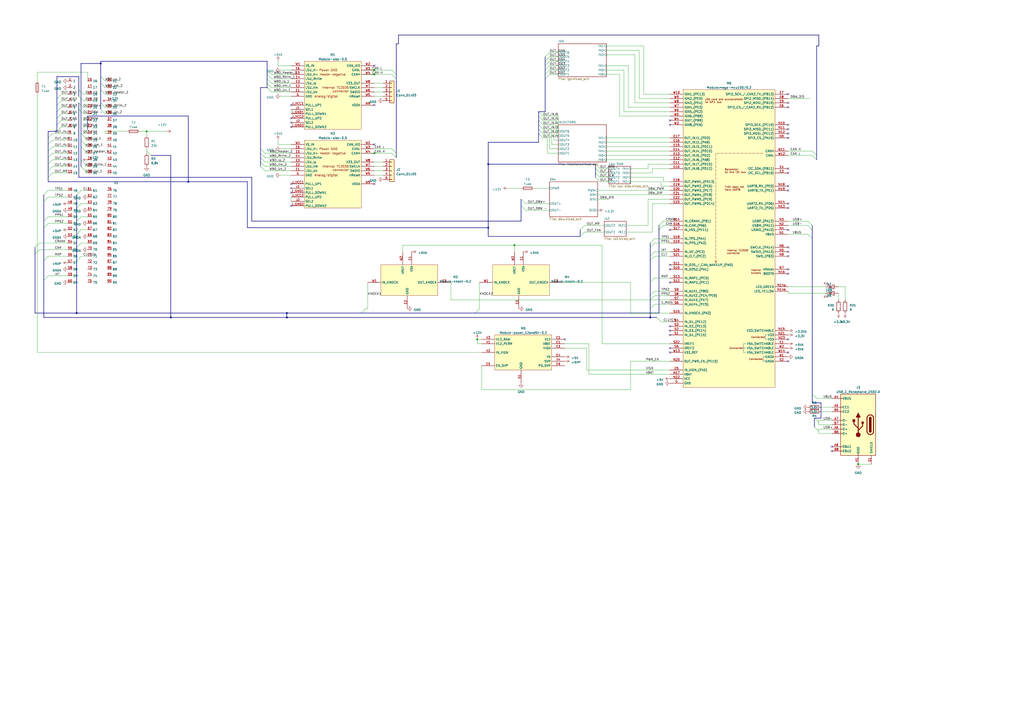
<source format=kicad_sch>
(kicad_sch (version 20230121) (generator eeschema)
  (paper "A2")
  (title_block (title "Main"))
  (junction (at 276.86 196.85))
  (junction (at 166.37 181.61))
  (junction (at 217.17 40.64))
  (junction (at 377.19 184.15))
  (junction (at 58.42 36.83))
  (junction (at 166.37 184.15))
  (junction (at 217.17 88.9))
  (junction (at 44.45 181.61))
  (junction (at 283.21 132.08))
  (junction (at 109.22 105.41))
  (junction (at 497.84 269.24))
  (junction (at 283.21 95.25))
  (junction (at 298.45 142.24))
  (junction (at 217.17 43.18))
  (junction (at 85.09 76.2))
  (junction (at 99.06 184.15))
  (no_connect (at 168.91 106.68))
  (no_connect (at 168.91 111.76))
  (no_connect (at 388.62 194.31))
  (no_connect (at 457.2 156.21))
  (no_connect (at 457.2 209.55))
  (no_connect (at 168.91 73.66))
  (no_connect (at 457.2 110.49))
  (no_connect (at 457.2 133.35))
  (no_connect (at 457.2 62.23))
  (no_connect (at 217.17 60.96))
  (no_connect (at 457.2 97.79))
  (no_connect (at 388.62 72.39))
  (no_connect (at 457.2 120.65))
  (no_connect (at 388.62 69.85))
  (no_connect (at 388.62 201.93))
  (no_connect (at 168.91 60.96))
  (no_connect (at 388.62 156.21))
  (no_connect (at 217.17 38.1))
  (no_connect (at 217.17 83.82))
  (no_connect (at 168.91 119.38))
  (no_connect (at 457.2 148.59))
  (no_connect (at 327.66 196.85))
  (no_connect (at 388.62 163.83))
  (no_connect (at 457.2 74.93))
  (no_connect (at 388.62 153.67))
  (no_connect (at 457.2 107.95))
  (no_connect (at 457.2 146.05))
  (no_connect (at 457.2 143.51))
  (no_connect (at 457.2 72.39))
  (no_connect (at 457.2 100.33))
  (no_connect (at 457.2 80.01))
  (no_connect (at 168.91 109.22))
  (no_connect (at 457.2 118.11))
  (no_connect (at 388.62 191.77))
  (no_connect (at 457.2 54.61))
  (no_connect (at 482.6 261.62))
  (no_connect (at 457.2 196.85))
  (no_connect (at 457.2 59.69))
  (no_connect (at 457.2 158.75))
  (no_connect (at 168.91 68.58))
  (no_connect (at 217.17 106.68))
  (no_connect (at 388.62 133.35))
  (no_connect (at 168.91 71.12))
  (no_connect (at 388.62 189.23))
  (no_connect (at 457.2 77.47))
  (no_connect (at 457.2 204.47))
  (no_connect (at 482.6 259.08))
  (no_connect (at 388.62 204.47))
  (bus_entry (at 58.42 52.07) (size 2.54 2.54))
  (bus_entry (at 27.94 148.59) (size -2.54 2.54))
  (bus_entry (at 474.98 245.11) (size -2.54 -2.54))
  (bus_entry (at 44.45 151.13) (size 2.54 -2.54))
  (bus_entry (at 474.98 250.19) (size -2.54 -2.54))
  (bus_entry (at 151.13 96.52) (size 2.54 2.54))
  (bus_entry (at 48.26 69.85) (size 2.54 -2.54))
  (bus_entry (at 227.33 43.18) (size 2.54 2.54))
  (bus_entry (at 312.42 69.85) (size 2.54 2.54))
  (bus_entry (at 345.44 95.25) (size 2.54 2.54))
  (bus_entry (at 44.45 128.27) (size 2.54 -2.54))
  (bus_entry (at 227.33 88.9) (size 2.54 2.54))
  (bus_entry (at 377.19 143.51) (size 2.54 -2.54))
  (bus_entry (at 20.32 143.51) (size 2.54 -2.54))
  (bus_entry (at 316.23 40.64) (size 2.54 -2.54))
  (bus_entry (at 154.94 50.8) (size 2.54 2.54))
  (bus_entry (at 345.44 102.87) (size 2.54 2.54))
  (bus_entry (at 58.42 63.5) (size 2.54 2.54))
  (bus_entry (at 33.02 76.2) (size 2.54 -2.54))
  (bus_entry (at 33.02 72.39) (size 2.54 -2.54))
  (bus_entry (at 58.42 44.45) (size 2.54 2.54))
  (bus_entry (at 154.94 43.18) (size 2.54 2.54))
  (bus_entry (at 312.42 64.77) (size 2.54 2.54))
  (bus_entry (at 46.99 96.52) (size 2.54 2.54))
  (bus_entry (at 209.55 181.61) (size 2.54 -2.54))
  (bus_entry (at 27.94 160.02) (size -2.54 2.54))
  (bus_entry (at 312.42 77.47) (size 2.54 2.54))
  (bus_entry (at 336.55 133.35) (size 2.54 -2.54))
  (bus_entry (at 384.81 130.81) (size -2.54 2.54))
  (bus_entry (at 227.33 40.64) (size 2.54 2.54))
  (bus_entry (at 27.94 87.63) (size 2.54 -2.54))
  (bus_entry (at 33.02 57.15) (size 2.54 -2.54))
  (bus_entry (at 27.94 125.73) (size -2.54 2.54))
  (bus_entry (at 45.72 63.5) (size 2.54 2.54))
  (bus_entry (at 45.72 55.88) (size 2.54 2.54))
  (bus_entry (at 227.33 86.36) (size 2.54 2.54))
  (bus_entry (at 27.94 80.01) (size 2.54 -2.54))
  (bus_entry (at 27.94 129.54) (size -2.54 2.54))
  (bus_entry (at 33.02 64.77) (size 2.54 -2.54))
  (bus_entry (at 154.94 40.64) (size 2.54 2.54))
  (bus_entry (at 473.71 231.14) (size -2.54 -2.54))
  (bus_entry (at 46.99 81.28) (size 2.54 2.54))
  (bus_entry (at 377.19 171.45) (size 2.54 -2.54))
  (bus_entry (at 46.99 92.71) (size 2.54 2.54))
  (bus_entry (at 468.63 130.81) (size 2.54 2.54))
  (bus_entry (at 44.45 135.89) (size 2.54 -2.54))
  (bus_entry (at 316.23 38.1) (size 2.54 -2.54))
  (bus_entry (at 27.94 102.87) (size 2.54 -2.54))
  (bus_entry (at 48.26 77.47) (size 2.54 -2.54))
  (bus_entry (at 27.94 110.49) (size -2.54 2.54))
  (bus_entry (at 44.45 120.65) (size 2.54 -2.54))
  (bus_entry (at 151.13 86.36) (size 2.54 2.54))
  (bus_entry (at 20.32 147.32) (size 2.54 -2.54))
  (bus_entry (at 302.26 119.38) (size 2.54 2.54))
  (bus_entry (at 471.17 87.63) (size 2.54 2.54))
  (bus_entry (at 312.42 74.93) (size 2.54 2.54))
  (bus_entry (at 48.26 73.66) (size 2.54 -2.54))
  (bus_entry (at 377.19 140.97) (size 2.54 -2.54))
  (bus_entry (at 58.42 59.69) (size 2.54 2.54))
  (bus_entry (at 58.42 48.26) (size 2.54 2.54))
  (bus_entry (at 27.94 95.25) (size 2.54 -2.54))
  (bus_entry (at 45.72 52.07) (size 2.54 2.54))
  (bus_entry (at 316.23 45.72) (size 2.54 -2.54))
  (bus_entry (at 377.19 148.59) (size 2.54 -2.54))
  (bus_entry (at 27.94 83.82) (size 2.54 -2.54))
  (bus_entry (at 302.26 115.57) (size 2.54 2.54))
  (bus_entry (at 312.42 72.39) (size 2.54 2.54))
  (bus_entry (at 33.02 60.96) (size 2.54 -2.54))
  (bus_entry (at 316.23 43.18) (size 2.54 -2.54))
  (bus_entry (at 345.44 97.79) (size 2.54 2.54))
  (bus_entry (at 471.17 90.17) (size 2.54 2.54))
  (bus_entry (at 27.94 99.06) (size 2.54 -2.54))
  (bus_entry (at 44.45 143.51) (size 2.54 -2.54))
  (bus_entry (at 151.13 88.9) (size 2.54 2.54))
  (bus_entry (at 377.19 173.99) (size 2.54 -2.54))
  (bus_entry (at 151.13 91.44) (size 2.54 2.54))
  (bus_entry (at 377.19 163.83) (size 2.54 -2.54))
  (bus_entry (at 316.23 35.56) (size 2.54 -2.54))
  (bus_entry (at 154.94 48.26) (size 2.54 2.54))
  (bus_entry (at 46.99 77.47) (size 2.54 2.54))
  (bus_entry (at 27.94 91.44) (size 2.54 -2.54))
  (bus_entry (at 33.02 68.58) (size 2.54 -2.54))
  (bus_entry (at 316.23 33.02) (size 2.54 -2.54))
  (bus_entry (at 154.94 45.72) (size 2.54 2.54))
  (bus_entry (at 151.13 93.98) (size 2.54 2.54))
  (bus_entry (at 312.42 67.31) (size 2.54 2.54))
  (bus_entry (at 468.63 128.27) (size 2.54 2.54))
  (bus_entry (at 345.44 100.33) (size 2.54 2.54))
  (bus_entry (at 27.94 114.3) (size -2.54 2.54))
  (bus_entry (at 377.19 179.07) (size 2.54 -2.54))
  (bus_entry (at 275.59 181.61) (size 2.54 -2.54))
  (bus_entry (at 44.45 113.03) (size 2.54 -2.54))
  (bus_entry (at 468.63 135.89) (size 2.54 2.54))
  (bus_entry (at 46.99 85.09) (size 2.54 2.54))
  (bus_entry (at 381 184.15) (size 2.54 2.54))
  (bus_entry (at 384.81 128.27) (size -2.54 2.54))
  (bus_entry (at 45.72 59.69) (size 2.54 2.54))
  (bus_entry (at 85.09 87.63) (size 2.54 2.54))
  (bus_entry (at 377.19 151.13) (size 2.54 -2.54))
  (bus_entry (at 336.55 137.16) (size 2.54 -2.54))
  (bus (pts (xy 27.94 102.87) (xy 27.94 105.41)))
  (wire (pts (xy 27.94 148.59) (xy 39.37 148.59)))
  (wire (pts (xy 351.79 40.64) (xy 361.95 40.64)))
  (wire (pts (xy 60.96 54.61) (xy 62.23 54.61)))
  (bus (pts (xy 27.94 76.2) (xy 27.94 80.01)))
  (bus (pts (xy 46.99 85.09) (xy 46.99 92.71)))
  (wire (pts (xy 318.77 35.56) (xy 323.85 35.56)))
  (wire (pts (xy 341.63 217.17) (xy 388.62 217.17)))
  (wire (pts (xy 48.26 66.04) (xy 50.8 66.04)))
  (wire (pts (xy 161.29 83.82) (xy 168.91 83.82)))
  (wire (pts (xy 157.48 53.34) (xy 168.91 53.34)))
  (wire (pts (xy 351.79 26.67) (xy 373.38 26.67)))
  (wire (pts (xy 365.76 100.33) (xy 378.46 100.33)))
  (wire (pts (xy 157.48 43.18) (xy 168.91 43.18)))
  (wire (pts (xy 347.98 102.87) (xy 353.06 102.87)))
  (bus (pts (xy 27.94 105.41) (xy 109.22 105.41)))
  (bus (pts (xy 283.21 95.25) (xy 283.21 82.55)))
  (wire (pts (xy 35.56 73.66) (xy 39.37 73.66)))
  (bus (pts (xy 377.19 184.15) (xy 381 184.15)))
  (bus (pts (xy 25.4 132.08) (xy 25.4 151.13)))
  (wire (pts (xy 457.2 170.18) (xy 457.2 168.91)))
  (bus (pts (xy 109.22 105.41) (xy 143.51 105.41)))
  (wire (pts (xy 318.77 38.1) (xy 323.85 38.1)))
  (bus (pts (xy 209.55 181.61) (xy 275.59 181.61)))
  (bus (pts (xy 473.71 26.67) (xy 473.71 90.17)))
  (wire (pts (xy 217.17 43.18) (xy 210.82 43.18)))
  (bus (pts (xy 27.94 80.01) (xy 27.94 83.82)))
  (bus (pts (xy 345.44 102.87) (xy 345.44 100.33)))
  (bus (pts (xy 377.19 143.51) (xy 377.19 148.59)))
  (bus (pts (xy 25.4 116.84) (xy 25.4 128.27)))
  (wire (pts (xy 168.91 55.88) (xy 162.56 55.88)))
  (wire (pts (xy 81.28 76.2) (xy 85.09 76.2)))
  (wire (pts (xy 490.22 166.37) (xy 490.22 173.99)))
  (wire (pts (xy 153.67 93.98) (xy 168.91 93.98)))
  (bus (pts (xy 151.13 96.52) (xy 151.13 93.98)))
  (bus (pts (xy 27.94 95.25) (xy 27.94 99.06)))
  (bus (pts (xy 471.17 228.6) (xy 471.17 233.68)))
  (wire (pts (xy 317.5 88.9) (xy 317.5 80.01)))
  (wire (pts (xy 50.8 41.91) (xy 21.59 41.91)))
  (wire (pts (xy 161.29 38.1) (xy 168.91 38.1)))
  (wire (pts (xy 388.62 199.39) (xy 349.25 199.39)))
  (wire (pts (xy 365.76 102.87) (xy 384.81 102.87)))
  (bus (pts (xy 44.45 113.03) (xy 44.45 120.65)))
  (bus (pts (xy 33.02 68.58) (xy 33.02 72.39)))
  (wire (pts (xy 217.17 96.52) (xy 222.25 96.52)))
  (bus (pts (xy 33.02 64.77) (xy 33.02 68.58)))
  (bus (pts (xy 58.42 36.83) (xy 46.99 36.83)))
  (wire (pts (xy 373.38 54.61) (xy 388.62 54.61)))
  (bus (pts (xy 474.98 26.67) (xy 474.98 20.32)))
  (bus (pts (xy 20.32 147.32) (xy 20.32 181.61)))
  (wire (pts (xy 388.62 173.99) (xy 377.19 173.99)))
  (bus (pts (xy 283.21 137.16) (xy 283.21 132.08)))
  (wire (pts (xy 217.17 93.98) (xy 222.25 93.98)))
  (wire (pts (xy 321.31 72.39) (xy 314.96 72.39)))
  (wire (pts (xy 48.26 62.23) (xy 50.8 62.23)))
  (wire (pts (xy 457.2 135.89) (xy 468.63 135.89)))
  (wire (pts (xy 474.98 250.19) (xy 474.98 248.92)))
  (bus (pts (xy 151.13 88.9) (xy 151.13 86.36)))
  (bus (pts (xy 312.42 69.85) (xy 312.42 72.39)))
  (bus (pts (xy 33.02 44.45) (xy 33.02 57.15)))
  (bus (pts (xy 33.02 72.39) (xy 33.02 76.2)))
  (wire (pts (xy 379.73 171.45) (xy 388.62 171.45)))
  (wire (pts (xy 30.48 100.33) (xy 39.37 100.33)))
  (wire (pts (xy 22.86 140.97) (xy 39.37 140.97)))
  (bus (pts (xy 44.45 128.27) (xy 44.45 135.89)))
  (wire (pts (xy 361.95 40.64) (xy 361.95 64.77)))
  (wire (pts (xy 27.94 125.73) (xy 39.37 125.73)))
  (bus (pts (xy 45.72 59.69) (xy 45.72 63.5)))
  (wire (pts (xy 322.58 78.74) (xy 323.85 78.74)))
  (bus (pts (xy 25.4 128.27) (xy 25.4 132.08)))
  (wire (pts (xy 323.85 76.2) (xy 323.85 67.31)))
  (wire (pts (xy 351.79 29.21) (xy 370.84 29.21)))
  (wire (pts (xy 161.29 35.56) (xy 161.29 38.1)))
  (wire (pts (xy 375.92 115.57) (xy 388.62 115.57)))
  (bus (pts (xy 476.25 233.68) (xy 471.17 233.68)))
  (bus (pts (xy 25.4 151.13) (xy 25.4 162.56)))
  (wire (pts (xy 85.09 87.63) (xy 85.09 88.9)))
  (bus (pts (xy 154.94 43.18) (xy 154.94 45.72)))
  (wire (pts (xy 294.64 109.22) (xy 302.26 109.22)))
  (wire (pts (xy 217.17 53.34) (xy 222.25 53.34)))
  (wire (pts (xy 474.98 245.11) (xy 474.98 246.38)))
  (wire (pts (xy 153.67 96.52) (xy 168.91 96.52)))
  (wire (pts (xy 46.99 140.97) (xy 50.8 140.97)))
  (wire (pts (xy 30.48 88.9) (xy 39.37 88.9)))
  (bus (pts (xy 283.21 82.55) (xy 312.42 82.55)))
  (wire (pts (xy 363.22 130.81) (xy 375.92 130.81)))
  (wire (pts (xy 261.62 173.99) (xy 261.62 163.83)))
  (wire (pts (xy 318.77 30.48) (xy 323.85 30.48)))
  (wire (pts (xy 168.91 86.36) (xy 162.56 86.36)))
  (wire (pts (xy 60.96 77.47) (xy 60.96 76.2)))
  (wire (pts (xy 49.53 96.52) (xy 50.8 96.52)))
  (bus (pts (xy 50.8 71.12) (xy 50.8 67.31)))
  (bus (pts (xy 44.45 181.61) (xy 166.37 181.61)))
  (wire (pts (xy 49.53 85.09) (xy 50.8 85.09)))
  (wire (pts (xy 157.48 50.8) (xy 168.91 50.8)))
  (wire (pts (xy 49.53 80.01) (xy 49.53 81.28)))
  (wire (pts (xy 351.79 92.71) (xy 388.62 92.71)))
  (bus (pts (xy 312.42 77.47) (xy 312.42 82.55)))
  (wire (pts (xy 379.73 168.91) (xy 388.62 168.91)))
  (bus (pts (xy 316.23 38.1) (xy 316.23 40.64)))
  (wire (pts (xy 375.92 97.79) (xy 375.92 95.25)))
  (wire (pts (xy 318.77 33.02) (xy 323.85 33.02)))
  (wire (pts (xy 279.4 212.09) (xy 279.4 226.06)))
  (bus (pts (xy 474.98 20.32) (xy 231.14 20.32)))
  (wire (pts (xy 383.54 105.41) (xy 383.54 107.95)))
  (bus (pts (xy 302.26 115.57) (xy 302.26 119.38)))
  (wire (pts (xy 457.2 130.81) (xy 468.63 130.81)))
  (bus (pts (xy 377.19 173.99) (xy 377.19 179.07)))
  (wire (pts (xy 318.77 77.47) (xy 314.96 77.47)))
  (wire (pts (xy 379.73 146.05) (xy 388.62 146.05)))
  (wire (pts (xy 49.53 83.82) (xy 49.53 85.09)))
  (wire (pts (xy 383.54 107.95) (xy 388.62 107.95)))
  (bus (pts (xy 151.13 50.8) (xy 154.94 50.8)))
  (wire (pts (xy 279.4 226.06) (xy 365.76 226.06)))
  (wire (pts (xy 351.79 87.63) (xy 388.62 87.63)))
  (bus (pts (xy 302.26 119.38) (xy 302.26 128.27)))
  (bus (pts (xy 99.06 90.17) (xy 99.06 184.15)))
  (wire (pts (xy 217.17 88.9) (xy 227.33 88.9)))
  (bus (pts (xy 58.42 48.26) (xy 58.42 44.45)))
  (wire (pts (xy 378.46 97.79) (xy 388.62 97.79)))
  (wire (pts (xy 379.73 148.59) (xy 388.62 148.59)))
  (wire (pts (xy 35.56 66.04) (xy 39.37 66.04)))
  (wire (pts (xy 49.53 95.25) (xy 49.53 96.52)))
  (wire (pts (xy 457.2 90.17) (xy 471.17 90.17)))
  (wire (pts (xy 351.79 90.17) (xy 388.62 90.17)))
  (bus (pts (xy 345.44 100.33) (xy 345.44 97.79)))
  (bus (pts (xy 46.99 96.52) (xy 46.99 92.71)))
  (wire (pts (xy 48.26 69.85) (xy 50.8 69.85)))
  (wire (pts (xy 497.84 269.24) (xy 505.46 269.24)))
  (bus (pts (xy 143.51 132.08) (xy 283.21 132.08)))
  (wire (pts (xy 233.68 142.24) (xy 233.68 146.05)))
  (bus (pts (xy 377.19 179.07) (xy 377.19 184.15)))
  (wire (pts (xy 31.75 92.71) (xy 31.75 92.6751)))
  (wire (pts (xy 482.6 251.46) (xy 474.98 251.46)))
  (wire (pts (xy 168.91 114.3) (xy 168.91 116.84)))
  (wire (pts (xy 50.8 41.91) (xy 50.8 46.99)))
  (wire (pts (xy 60.96 76.2) (xy 73.66 76.2)))
  (wire (pts (xy 153.67 99.06) (xy 168.91 99.06)))
  (wire (pts (xy 347.98 97.79) (xy 353.06 97.79)))
  (bus (pts (xy 50.8 67.31) (xy 109.22 67.31)))
  (wire (pts (xy 365.76 97.79) (xy 375.92 97.79)))
  (bus (pts (xy 44.45 120.65) (xy 44.45 128.27)))
  (bus (pts (xy 473.71 90.17) (xy 473.71 92.71)))
  (bus (pts (xy 27.94 83.82) (xy 27.94 87.63)))
  (bus (pts (xy 25.4 162.56) (xy 25.4 184.15)))
  (bus (pts (xy 312.42 64.77) (xy 312.42 67.31)))
  (wire (pts (xy 31.7771 92.6751) (xy 39.37 92.71)))
  (wire (pts (xy 476.25 238.76) (xy 482.6 238.76)))
  (wire (pts (xy 347.98 105.41) (xy 353.06 105.41)))
  (bus (pts (xy 46.99 85.09) (xy 46.99 81.28)))
  (wire (pts (xy 46.99 148.59) (xy 50.8 148.59)))
  (wire (pts (xy 383.54 186.69) (xy 388.62 186.69)))
  (bus (pts (xy 471.17 133.35) (xy 471.17 138.43)))
  (wire (pts (xy 474.98 243.84) (xy 474.98 245.11)))
  (wire (pts (xy 304.8 121.92) (xy 318.77 121.92)))
  (wire (pts (xy 327.66 201.93) (xy 340.36 201.93)))
  (bus (pts (xy 336.55 137.16) (xy 283.21 137.16)))
  (bus (pts (xy 377.19 171.45) (xy 377.19 173.99)))
  (wire (pts (xy 217.17 101.6) (xy 222.25 101.6)))
  (bus (pts (xy 27.94 99.06) (xy 27.94 102.87)))
  (bus (pts (xy 109.22 67.31) (xy 109.22 105.41)))
  (bus (pts (xy 151.13 91.44) (xy 151.13 88.9)))
  (bus (pts (xy 377.19 151.13) (xy 377.19 163.83)))
  (wire (pts (xy 46.99 118.11) (xy 50.8 118.11)))
  (wire (pts (xy 85.09 76.2) (xy 96.52 76.2)))
  (bus (pts (xy 229.87 45.72) (xy 229.87 88.9)))
  (wire (pts (xy 370.84 29.21) (xy 370.84 57.15)))
  (bus (pts (xy 316.23 35.56) (xy 316.23 38.1)))
  (wire (pts (xy 217.17 43.18) (xy 227.33 43.18)))
  (wire (pts (xy 359.41 67.31) (xy 388.62 67.31)))
  (bus (pts (xy 87.63 90.17) (xy 99.06 90.17)))
  (wire (pts (xy 341.63 199.39) (xy 341.63 217.17)))
  (bus (pts (xy 312.42 67.31) (xy 312.42 69.85)))
  (wire (pts (xy 217.17 99.06) (xy 222.25 99.06)))
  (bus (pts (xy 316.23 43.18) (xy 316.23 45.72)))
  (wire (pts (xy 153.67 88.9) (xy 168.91 88.9)))
  (wire (pts (xy 48.26 58.42) (xy 50.8 58.42)))
  (wire (pts (xy 346.71 110.49) (xy 388.62 110.49)))
  (wire (pts (xy 21.59 204.47) (xy 279.4 204.47)))
  (wire (pts (xy 340.36 214.63) (xy 388.62 214.63)))
  (wire (pts (xy 361.95 64.77) (xy 388.62 64.77)))
  (wire (pts (xy 351.79 38.1) (xy 364.49 38.1)))
  (bus (pts (xy 99.06 184.15) (xy 166.37 184.15)))
  (wire (pts (xy 27.94 110.49) (xy 39.37 110.49)))
  (wire (pts (xy 388.62 118.11) (xy 378.46 118.11)))
  (wire (pts (xy 317.5 88.9) (xy 323.85 88.9)))
  (wire (pts (xy 49.53 99.06) (xy 49.53 100.33)))
  (wire (pts (xy 379.73 161.29) (xy 388.62 161.29)))
  (wire (pts (xy 375.92 95.25) (xy 388.62 95.25)))
  (wire (pts (xy 157.48 48.26) (xy 168.91 48.26)))
  (wire (pts (xy 279.4 199.39) (xy 276.86 199.39)))
  (wire (pts (xy 365.76 105.41) (xy 383.54 105.41)))
  (wire (pts (xy 349.25 142.24) (xy 298.45 142.24)))
  (wire (pts (xy 46.99 133.35) (xy 50.8 133.35)))
  (wire (pts (xy 213.36 179.07) (xy 212.09 179.07)))
  (wire (pts (xy 365.76 226.06) (xy 365.76 209.55)))
  (wire (pts (xy 378.46 100.33) (xy 378.46 97.79)))
  (wire (pts (xy 320.04 83.82) (xy 323.85 83.82)))
  (bus (pts (xy 154.94 45.72) (xy 154.94 48.26)))
  (bus (pts (xy 33.02 60.96) (xy 33.02 64.77)))
  (bus (pts (xy 471.17 130.81) (xy 471.17 133.35)))
  (wire (pts (xy 379.73 140.97) (xy 388.62 140.97)))
  (wire (pts (xy 35.56 69.85) (xy 39.37 69.85)))
  (wire (pts (xy 30.48 81.28) (xy 39.37 81.28)))
  (bus (pts (xy 345.44 97.79) (xy 345.44 95.25)))
  (wire (pts (xy 384.81 130.81) (xy 388.62 130.81)))
  (wire (pts (xy 35.56 58.42) (xy 35.6851 58.4452)))
  (wire (pts (xy 457.2 166.37) (xy 478.79 166.37)))
  (bus (pts (xy 27.94 91.44) (xy 27.94 95.25)))
  (bus (pts (xy 231.14 20.32) (xy 231.14 25.4)))
  (bus (pts (xy 474.98 26.67) (xy 473.71 26.67)))
  (bus (pts (xy 154.94 35.56) (xy 58.42 35.56)))
  (wire (pts (xy 365.76 181.61) (xy 388.62 181.61)))
  (wire (pts (xy 347.98 100.33) (xy 353.06 100.33)))
  (wire (pts (xy 474.98 251.46) (xy 474.98 250.19)))
  (wire (pts (xy 457.2 87.63) (xy 471.17 87.63)))
  (bus (pts (xy 377.19 140.97) (xy 377.19 143.51)))
  (wire (pts (xy 482.6 243.84) (xy 474.98 243.84)))
  (bus (pts (xy 151.13 93.98) (xy 151.13 91.44)))
  (wire (pts (xy 35.56 54.61) (xy 39.37 54.61)))
  (bus (pts (xy 472.44 242.57) (xy 476.25 242.57)))
  (wire (pts (xy 457.2 128.27) (xy 468.63 128.27)))
  (wire (pts (xy 27.94 160.02) (xy 39.37 160.02)))
  (wire (pts (xy 298.45 142.24) (xy 233.68 142.24)))
  (wire (pts (xy 49.53 100.33) (xy 50.8 100.33)))
  (wire (pts (xy 486.41 166.37) (xy 490.22 166.37)))
  (bus (pts (xy 58.42 63.5) (xy 58.42 59.69)))
  (wire (pts (xy 217.17 50.8) (xy 222.25 50.8)))
  (wire (pts (xy 320.04 74.93) (xy 314.96 74.93)))
  (wire (pts (xy 359.41 43.18) (xy 359.41 67.31)))
  (wire (pts (xy 22.86 144.78) (xy 39.37 144.78)))
  (wire (pts (xy 318.77 43.18) (xy 323.85 43.18)))
  (wire (pts (xy 153.67 91.44) (xy 168.91 91.44)))
  (wire (pts (xy 384.81 102.87) (xy 384.81 105.41)))
  (bus (pts (xy 50.8 74.93) (xy 50.8 71.12)))
  (bus (pts (xy 58.42 44.45) (xy 58.42 36.83)))
  (bus (pts (xy 58.42 52.07) (xy 58.42 48.26)))
  (wire (pts (xy 351.79 43.18) (xy 359.41 43.18)))
  (wire (pts (xy 365.76 209.55) (xy 388.62 209.55)))
  (wire (pts (xy 351.79 85.09) (xy 388.62 85.09)))
  (bus (pts (xy 471.17 138.43) (xy 471.17 228.6)))
  (wire (pts (xy 217.17 86.36) (xy 227.33 86.36)))
  (bus (pts (xy 316.23 64.77) (xy 312.42 64.77)))
  (wire (pts (xy 30.48 92.71) (xy 31.7771 92.6751)))
  (wire (pts (xy 46.99 110.49) (xy 50.8 110.49)))
  (wire (pts (xy 326.39 163.83) (xy 365.76 163.83)))
  (wire (pts (xy 85.09 86.36) (xy 85.09 87.63)))
  (wire (pts (xy 60.96 46.99) (xy 62.23 46.99)))
  (bus (pts (xy 58.42 52.07) (xy 58.42 59.69)))
  (bus (pts (xy 45.72 52.07) (xy 45.72 44.45)))
  (bus (pts (xy 377.19 163.83) (xy 377.19 171.45)))
  (bus (pts (xy 46.99 77.47) (xy 46.99 36.83)))
  (bus (pts (xy 44.45 143.51) (xy 44.45 151.13)))
  (bus (pts (xy 312.42 72.39) (xy 312.42 74.93)))
  (bus (pts (xy 283.21 95.25) (xy 345.44 95.25)))
  (bus (pts (xy 44.45 151.13) (xy 44.45 181.61)))
  (bus (pts (xy 316.23 40.64) (xy 316.23 43.18)))
  (bus (pts (xy 229.87 43.18) (xy 229.87 45.72)))
  (wire (pts (xy 30.48 85.09) (xy 39.37 85.09)))
  (bus (pts (xy 316.23 33.02) (xy 316.23 35.56)))
  (wire (pts (xy 321.31 81.28) (xy 323.85 81.28)))
  (wire (pts (xy 21.59 41.91) (xy 21.59 46.99)))
  (wire (pts (xy 370.84 57.15) (xy 388.62 57.15)))
  (wire (pts (xy 378.46 118.11) (xy 378.46 134.62)))
  (wire (pts (xy 27.94 114.3) (xy 39.37 114.3)))
  (wire (pts (xy 346.71 113.03) (xy 388.62 113.03)))
  (bus (pts (xy 33.02 57.15) (xy 33.02 60.96)))
  (wire (pts (xy 49.53 81.28) (xy 50.8 81.28)))
  (wire (pts (xy 168.91 40.64) (xy 162.56 40.64)))
  (wire (pts (xy 457.2 57.15) (xy 469.9 57.15)))
  (wire (pts (xy 321.31 81.28) (xy 321.31 72.39)))
  (bus (pts (xy 275.59 181.61) (xy 382.27 181.61)))
  (wire (pts (xy 48.26 54.61) (xy 50.8 54.61)))
  (wire (pts (xy 60.96 77.47) (xy 62.23 77.47)))
  (bus (pts (xy 382.27 130.81) (xy 382.27 133.35)))
  (wire (pts (xy 35.56 62.23) (xy 39.37 62.23)))
  (wire (pts (xy 486.41 170.18) (xy 486.41 173.99)))
  (wire (pts (xy 473.71 231.14) (xy 482.6 231.14)))
  (wire (pts (xy 85.09 76.2) (xy 85.09 78.74)))
  (wire (pts (xy 322.58 69.85) (xy 314.96 69.85)))
  (wire (pts (xy 217.17 48.26) (xy 222.25 48.26)))
  (bus (pts (xy 316.23 45.72) (xy 316.23 64.77)))
  (bus (pts (xy 25.4 184.15) (xy 99.06 184.15)))
  (wire (pts (xy 474.98 248.92) (xy 482.6 248.92)))
  (wire (pts (xy 351.79 31.75) (xy 368.3 31.75)))
  (wire (pts (xy 368.3 31.75) (xy 368.3 59.69)))
  (bus (pts (xy 45.72 55.88) (xy 45.72 52.07)))
  (wire (pts (xy 161.29 81.28) (xy 161.29 83.82)))
  (wire (pts (xy 21.59 204.47) (xy 21.59 54.61)))
  (wire (pts (xy 364.49 62.23) (xy 388.62 62.23)))
  (wire (pts (xy 217.17 88.9) (xy 210.82 88.9)))
  (bus (pts (xy 154.94 48.26) (xy 154.94 50.8)))
  (bus (pts (xy 46.99 81.28) (xy 46.99 77.47)))
  (wire (pts (xy 476.25 236.22) (xy 482.6 236.22)))
  (wire (pts (xy 384.81 105.41) (xy 388.62 105.41)))
  (wire (pts (xy 168.91 63.5) (xy 168.91 66.04)))
  (wire (pts (xy 339.09 134.62) (xy 350.52 134.62)))
  (bus (pts (xy 20.32 181.61) (xy 44.45 181.61)))
  (wire (pts (xy 60.96 62.23) (xy 62.23 62.23)))
  (wire (pts (xy 27.94 129.54) (xy 39.37 129.54)))
  (wire (pts (xy 322.58 78.74) (xy 322.58 69.85)))
  (bus (pts (xy 45.72 44.45) (xy 33.02 44.45)))
  (wire (pts (xy 279.4 196.85) (xy 276.86 196.85)))
  (wire (pts (xy 317.5 80.01) (xy 314.96 80.01)))
  (bus (pts (xy 166.37 181.61) (xy 209.55 181.61)))
  (wire (pts (xy 318.77 40.64) (xy 323.85 40.64)))
  (wire (pts (xy 157.48 45.72) (xy 168.91 45.72)))
  (wire (pts (xy 379.73 138.43) (xy 388.62 138.43)))
  (wire (pts (xy 320.04 83.82) (xy 320.04 74.93)))
  (bus (pts (xy 146.05 128.27) (xy 302.26 128.27)))
  (bus (pts (xy 25.4 113.03) (xy 25.4 116.84)))
  (wire (pts (xy 384.81 128.27) (xy 388.62 128.27)))
  (bus (pts (xy 283.21 132.08) (xy 283.21 95.25)))
  (wire (pts (xy 379.73 176.53) (xy 388.62 176.53)))
  (bus (pts (xy 312.42 74.93) (xy 312.42 77.47)))
  (wire (pts (xy 48.26 73.66) (xy 50.8 73.66)))
  (wire (pts (xy 278.13 163.83) (xy 278.13 179.07)))
  (wire (pts (xy 217.17 55.88) (xy 222.25 55.88)))
  (bus (pts (xy 229.87 25.4) (xy 229.87 43.18)))
  (wire (pts (xy 351.79 82.55) (xy 388.62 82.55)))
  (bus (pts (xy 20.32 143.51) (xy 20.32 147.32)))
  (wire (pts (xy 349.25 199.39) (xy 349.25 142.24)))
  (wire (pts (xy 346.71 115.57) (xy 353.06 115.57)))
  (wire (pts (xy 217.17 40.64) (xy 227.33 40.64)))
  (wire (pts (xy 368.3 59.69) (xy 388.62 59.69)))
  (wire (pts (xy 478.79 170.18) (xy 457.2 170.18)))
  (wire (pts (xy 377.19 173.99) (xy 261.62 173.99)))
  (bus (pts (xy 143.51 105.41) (xy 143.51 132.08)))
  (bus (pts (xy 472.44 247.65) (xy 472.44 242.57)))
  (wire (pts (xy 168.91 101.6) (xy 162.56 101.6)))
  (wire (pts (xy 365.76 163.83) (xy 365.76 181.61)))
  (wire (pts (xy 60.96 66.04) (xy 62.23 66.04)))
  (bus (pts (xy 33.02 76.2) (xy 27.94 76.2)))
  (wire (pts (xy 375.92 130.81) (xy 375.92 115.57)))
  (wire (pts (xy 373.38 26.67) (xy 373.38 54.61)))
  (bus (pts (xy 336.55 133.35) (xy 336.55 137.16)))
  (bus (pts (xy 154.94 35.56) (xy 154.94 40.64)))
  (wire (pts (xy 31.75 92.6751) (xy 31.7771 92.6751)))
  (bus (pts (xy 166.37 184.15) (xy 377.19 184.15)))
  (wire (pts (xy 364.49 38.1) (xy 364.49 62.23)))
  (wire (pts (xy 60.96 50.8) (xy 62.23 50.8)))
  (bus (pts (xy 44.45 135.89) (xy 44.45 143.51)))
  (wire (pts (xy 327.66 199.39) (xy 341.63 199.39)))
  (wire (pts (xy 213.36 163.83) (xy 213.36 179.07)))
  (bus (pts (xy 45.72 63.5) (xy 45.72 102.87)))
  (bus (pts (xy 58.42 35.56) (xy 58.42 36.83)))
  (wire (pts (xy 351.79 80.01) (xy 388.62 80.01)))
  (wire (pts (xy 378.46 134.62) (xy 363.22 134.62)))
  (bus (pts (xy 229.87 88.9) (xy 229.87 91.44)))
  (wire (pts (xy 318.77 86.36) (xy 318.77 77.47)))
  (wire (pts (xy 30.48 96.52) (xy 39.37 96.52)))
  (wire (pts (xy 339.09 130.81) (xy 350.52 130.81)))
  (bus (pts (xy 476.25 242.57) (xy 476.25 233.68)))
  (wire (pts (xy 304.8 118.11) (xy 318.77 118.11)))
  (bus (pts (xy 146.05 102.87) (xy 146.05 128.27)))
  (bus (pts (xy 45.72 102.87) (xy 146.05 102.87)))
  (bus (pts (xy 382.27 133.35) (xy 382.27 181.61)))
  (wire (pts (xy 340.36 201.93) (xy 340.36 214.63)))
  (wire (pts (xy 474.98 246.38) (xy 482.6 246.38)))
  (wire (pts (xy 276.86 196.85) (xy 276.86 199.39)))
  (bus (pts (xy 151.13 86.36) (xy 151.13 50.8)))
  (wire (pts (xy 217.17 40.64) (xy 210.82 40.64)))
  (wire (pts (xy 49.53 88.9) (xy 50.8 88.9)))
  (bus (pts (xy 377.19 148.59) (xy 377.19 151.13)))
  (bus (pts (xy 166.37 181.61) (xy 166.37 184.15)))
  (wire (pts (xy 49.53 87.63) (xy 49.53 88.9)))
  (wire (pts (xy 30.48 77.47) (xy 39.37 77.47)))
  (wire (pts (xy 298.45 142.24) (xy 298.45 146.05)))
  (bus (pts (xy 231.14 25.4) (xy 229.87 25.4)))
  (wire (pts (xy 35.6851 58.4452) (xy 39.37 58.42)))
  (bus (pts (xy 27.94 87.63) (xy 27.94 91.44)))
  (wire (pts (xy 318.77 86.36) (xy 323.85 86.36)))
  (wire (pts (xy 46.99 125.73) (xy 50.8 125.73)))
  (wire (pts (xy 309.88 109.22) (xy 318.77 109.22)))
  (wire (pts (xy 48.26 77.47) (xy 50.8 77.47)))
  (bus (pts (xy 154.94 40.64) (xy 154.94 43.18)))
  (wire (pts (xy 323.85 67.31) (xy 314.96 67.31)))
  (label "OUT_CE" (at 49.53 54.61 0))
  (label "OUT_IGN6" (at 35.56 73.66 0))
  (label "WBO_Rtrim_1" (at 49.53 96.52 0))
  (label "OUT_INJ5" (at 314.96 69.85 0))
  (label "VIGN" (at 374.65 214.63 0))
  (label "DBW_DIS" (at 458.47 57.15 0))
  (label "KNOCK1" (at 213.36 171.45 0))
  (label "USB-" (at 459.74 130.81 0))
  (label "CAN H" (at 217.17 88.9 0))
  (label "OUT_IGN6" (at 318.77 30.48 0))
  (label "OUT_CE" (at 347.98 100.33 0))
  (label "WBO_Un_1" (at 49.53 100.33 0))
  (label "MAP" (at 31.75 148.59 0))
  (label "WBO_lp_1" (at 158.75 48.26 0))
  (label "WBO_lp_2" (at 60.96 46.99 0))
  (label "OUT_IGN4" (at 318.77 35.56 0))
  (label "OUT_INJ1" (at 31.75 77.47 0))
  (label "OUT_INJ2" (at 314.96 77.47 0))
  (label "DBW_DIR" (at 375.92 113.03 0))
  (label "PPS2" (at 383.54 171.45 0))
  (label "CAN H" (at 458.47 87.63 0))
  (label "OUT_PR" (at 347.98 105.41 0))
  (label "USB+" (at 459.74 128.27 0))
  (label "CLUTCH" (at 48.26 148.59 0))
  (label "OUT_INJ3" (at 314.96 74.93 0))
  (label "CAM" (at 386.08 130.81 0))
  (label "TPS2" (at 31.75 114.3 0))
  (label "OUT_IGN1" (at 318.77 43.18 0))
  (label "OUT_IGN3" (at 318.77 38.1 0))
  (label "OUT_DBW -" (at 48.26 66.04 0))
  (label "PPS1" (at 31.75 125.73 0))
  (label "WBO_Vm_1" (at 49.53 85.09 0))
  (label "WBO_Vm_2" (at 156.21 96.52 0))
  (label "USB+" (at 477.52 248.92 0))
  (label "OUT_VLM" (at 48.26 73.66 0))
  (label "OUT_INJ3" (at 31.75 85.09 0))
  (label "V_MAIN" (at 383.54 176.53 0))
  (label "OUT_FAN" (at 340.36 134.62 0))
  (label "OUT_INJ6" (at 31.75 96.52 0))
  (label "OUT_IGN2" (at 318.77 40.64 0))
  (label "VBUS" (at 477.52 231.14 0))
  (label "WBO_Rtrim_2" (at 60.96 62.23 0))
  (label "OUT_IGN3" (at 35.56 62.23 0))
  (label "DBW_DIS" (at 347.98 115.57 0))
  (label "VBUS" (at 459.74 135.89 0))
  (label "OUT_INJ4" (at 314.96 72.39 0))
  (label "OUT_PR" (at 49.53 58.42 0))
  (label "OUT_DBW+" (at 306.07 118.11 0))
  (label "WBO_Un_1" (at 158.75 53.34 0))
  (label "IAT" (at 383.54 146.05 0))
  (label "CAN L" (at 458.47 90.17 0))
  (label "TPS1" (at 383.54 138.43 0))
  (label "OUT_INJ1" (at 314.96 80.01 0))
  (label "OUT_IGN2" (at 35.56 58.42 0))
  (label "OUT_IGN5" (at 35.56 69.85 0))
  (label "OUT_MR" (at 340.36 130.81 0))
  (label "WBO_Heater_1" (at 49.53 88.9 0))
  (label "OUT_INJ4" (at 31.75 88.9 0))
  (label "OUT_RPM" (at 48.26 69.85 0))
  (label "OUT_INJ2" (at 31.75 81.28 0))
  (label "WBO_Heater_2" (at 156.21 88.9 0))
  (label "WBO_Vm_2" (at 60.96 50.8 0))
  (label "OUT_VLM" (at 347.98 102.87 0))
  (label "OUT_DBW -" (at 306.07 121.92 0))
  (label "MAP" (at 383.54 161.29 0))
  (label "CAN H" (at 215.9 43.18 0))
  (label "OUT_IGN4" (at 35.56 66.04 0))
  (label "WBO_Heater_2" (at 60.96 54.61 0))
  (label "WBO_lp_1" (at 49.53 81.28 0))
  (label "CRANK" (at 31.75 140.97 0))
  (label "PPS2" (at 31.75 129.54 0))
  (label "PWR_EN" (at 374.65 209.55 0))
  (label "WBO_lp_2" (at 156.21 93.98 0))
  (label "OUT_DBW+" (at 48.26 62.23 0))
  (label "OUT_IGN1" (at 35.56 54.61 0))
  (label "CAN L" (at 217.17 86.36 0))
  (label "OUT_INJ5" (at 31.75 92.71 0))
  (label "OUT_RPM" (at 347.98 97.79 0))
  (label "IAT" (at 31.75 160.02 0))
  (label "OUT_INJ6" (at 314.96 67.31 0))
  (label "WBO_Un_2" (at 156.21 99.06 0))
  (label "WBO_Rtrim_2" (at 156.21 91.44 0))
  (label "VBAT" (at 374.65 217.17 0))
  (label "PPS1" (at 383.54 140.97 0))
  (label "CLUTCH" (at 384.81 186.69 0))
  (label "WBO_Heater_1" (at 158.75 43.18 0))
  (label "TPS2" (at 383.54 168.91 0))
  (label "CLT" (at 48.26 110.49 0))
  (label "WBO_Un_2" (at 60.96 66.04 0))
  (label "DBW_PWM" (at 375.92 110.49 0))
  (label "CLT" (at 383.54 148.59 0))
  (label "OUT_MR" (at 31.75 100.33 0))
  (label "KNOCK2" (at 278.13 171.45 0))
  (label "OUT_IGN5" (at 318.77 33.02 0))
  (label "WBO_Vm_1" (at 158.75 50.8 0))
  (label "WBO_Rtrim_1" (at 158.75 45.72 0))
  (label "USB-" (at 477.52 243.84 0))
  (label "CAM" (at 31.75 144.78 0))
  (label "CAN L" (at 215.9 40.64 0))
  (label "CRANK" (at 386.08 128.27 0))
  (label "OUT_FAN" (at 48.26 77.47 0))
  (label "TPS1" (at 31.75 110.49 0))
  (symbol (lib_id "power:+5VP") (at 327.66 209.55 270) (unit 1)
    (property "Reference" "#PWR0141" (effects hide))
    (property "Value" "+5VP" (at 331.47 210.185 90) (effects (justify left)))
  )
  (symbol (lib_id "power:GND") (at 302.26 222.25 0) (unit 1)
    (property "Reference" "#PWR0101" (effects hide))
    (property "Value" "GND" (at 302.26 227.33 0))
  )
  (symbol (lib_name "+5VA_4") (lib_id "power:+5VA") (at 457.2 199.39 270) (unit 1)
    (property "Reference" "#PWR0105" (effects hide))
    (property "Value" "+5VA" (at 461.01 200.025 90) (effects (justify left)))
  )
  (symbol (lib_id "power:+3.3V") (at 490.22 181.61 180) (unit 1)
    (property "Reference" "#PWR01" (effects hide))
    (property "Value" "+3.3V" (at 490.22 186.69 0))
  )
  (symbol (lib_id "power:+3.3V") (at 457.2 194.31 270) (unit 1)
    (property "Reference" "#PWR0107" (effects hide))
    (property "Value" "+3.3V" (at 461.01 194.945 90) (effects (justify left)))
  )
  (symbol (lib_name "GND_3") (lib_id "power:GND") (at 162.56 40.64 270) (unit 1)
    (property "Reference" "#PWR0112" (effects hide))
    (property "Value" "GND" (at 158.75 41.275 90) (effects (justify right)))
  )
  (symbol (lib_id "Device:Fuse") (at 77.47 76.2 90) (unit 1)
    (property "Reference" "F2" (at 77.47 71.12 90))
    (property "Value" "Fuse" (at 77.47 73.66 90))
    (property "Footprint" "Fuse:Fuse_1206_3216Metric" (effects hide))
  )
  (symbol (lib_name "+5VA_2") (lib_id "power:+5VA") (at 238.76 146.05 270) (unit 1)
    (property "Reference" "#PWR0135" (effects hide))
    (property "Value" "+5VA" (at 242.57 146.685 90) (effects (justify left)))
  )
  (symbol (lib_id "power:+5VP") (at 39.37 133.35 90) (unit 1)
    (property "Reference" "#PWR0118" (effects hide))
    (property "Value" "+5VP" (at 35.56 133.985 90) (effects (justify left)))
  )
  (symbol (lib_id "power:GND") (at 39.37 163.83 270) (unit 1)
    (property "Reference" "#PWR0117" (effects hide))
    (property "Value" "GND" (at 35.56 164.465 90) (effects (justify right)))
  )
  (symbol (lib_id "power:GNDA") (at 50.8 144.78 270) (unit 1)
    (property "Reference" "#PWR0120" (effects hide))
    (property "Value" "GNDA" (at 46.99 145.415 90) (effects (justify right)))
  )
  (symbol (lib_id "Device:R") (at 85.09 82.55 0) (unit 1)
    (property "Reference" "R1" (at 87.63 81.915 0) (effects (justify left)))
    (property "Value" "33k" (at 87.63 84.455 0) (effects (justify left)))
    (property "Footprint" "Resistor_SMD:R_0603_1608Metric" (effects hide))
  )
  (symbol (lib_id "power:GND") (at 300.99 179.07 90) (unit 1)
    (property "Reference" "#PWR0137" (effects hide))
    (property "Value" "GND" (at 304.8 179.705 90) (effects (justify right)))
  )
  (symbol (lib_id "knock:Module-knock-0.2") (at 220.98 153.67 0) (unit 1)
    (property "Reference" "M3" (at 264.16 160.7059 0))
    (property "Value" "Module-knock-0.2" (at 264.16 163.2459 0))
    (property "Footprint" "knock:knock" (effects hide))
  )
  (symbol (lib_id "Connector:USB_C_Receptacle_USB2.0") (at 497.84 246.38 0) (mirror y) (unit 1)
    (property "Reference" "J3" (at 497.84 224.79 0))
    (property "Value" "USB_C_Receptacle_USB2.0" (at 497.84 227.33 0))
    (property "Footprint" "Connector_USB:USB_C_Receptacle_Amphenol_12401610E4-2A" (effects hide))
    (property "Datasheet" "https://www.usb.org/sites/default/files/documents/usb_type-c.zip" (effects hide))
  )
  (symbol (lib_id "wbo:Module-wbo-0.5") (at 209.55 35.56 0) (mirror y) (unit 1)
    (property "Reference" "M1" (at 193.04 31.75 0))
    (property "Value" "Module-wbo-0.5" (at 193.04 34.29 0))
    (property "Footprint" "0.5:wbo" (effects hide))
  )
  (symbol (lib_name "GND_5") (lib_id "power:GND") (at 222.25 58.42 270) (unit 1)
    (property "Reference" "#PWR0145" (effects hide))
    (property "Value" "GND" (at 218.44 59.055 90) (effects (justify right)))
  )
  (symbol (lib_id "power:+5V") (at 388.62 219.71 90) (unit 1)
    (property "Reference" "#PWR0140" (effects hide))
    (property "Value" "+5V" (at 384.81 220.345 90) (effects (justify left)))
  )
  (symbol (lib_id "power:+3.3V") (at 346.71 121.92 270) (unit 1)
    (property "Reference" "#PWR0134" (effects hide))
    (property "Value" "+3.3V" (at 350.52 122.555 90) (effects (justify left)))
  )
  (symbol (lib_name "GND_1") (lib_id "power:GND") (at 162.56 86.36 270) (unit 1)
    (property "Reference" "#PWR0114" (effects hide))
    (property "Value" "GND" (at 158.75 86.995 90) (effects (justify right)))
  )
  (symbol (lib_id "power:GND") (at 50.8 121.92 270) (unit 1)
    (property "Reference" "#PWR0133" (effects hide))
    (property "Value" "GND" (at 46.99 122.555 90) (effects (justify right)))
  )
  (symbol (lib_name "+12V_3") (lib_id "power:+12V") (at 294.64 109.22 90) (unit 1)
    (property "Reference" "#PWR0144" (effects hide))
    (property "Value" "+12V" (at 290.83 109.855 90) (effects (justify left)))
  )
  (symbol (lib_id "Device:R") (at 490.22 177.8 0) (unit 1)
    (property "Reference" "R31" (at 492.76 177.165 0) (effects (justify left)))
    (property "Value" "R" (at 492.76 179.705 0) (effects (justify left)))
    (property "Footprint" "footprints:R0603" (effects hide))
  )
  (symbol (lib_name "GND_4") (lib_id "power:GND") (at 222.25 104.14 270) (unit 1)
    (property "Reference" "#PWR0146" (effects hide))
    (property "Value" "GND" (at 218.44 104.775 90) (effects (justify right)))
  )
  (symbol (lib_id "power:GND") (at 162.56 55.88 270) (unit 1)
    (property "Reference" "#PWR0115" (effects hide))
    (property "Value" "GND" (at 158.75 56.515 90) (effects (justify right)))
  )
  (symbol (lib_id "Device:R") (at 472.44 236.22 90) (unit 1)
    (property "Reference" "R3" (at 472.44 233.68 90))
    (property "Value" "5.6k" (at 472.44 236.22 90))
    (property "Footprint" "Resistor_SMD:R_0603_1608Metric" (effects hide))
  )
  (symbol (lib_name "+5VA_3") (lib_id "power:+5VA") (at 303.53 146.05 270) (unit 1)
    (property "Reference" "#PWR0136" (effects hide))
    (property "Value" "+5VA" (at 307.34 146.685 90) (effects (justify left)))
  )
  (symbol (lib_id "power:GNDA") (at 39.37 121.92 270) (unit 1)
    (property "Reference" "#PWR0129" (effects hide))
    (property "Value" "GNDA" (at 35.56 122.555 90) (effects (justify right)))
  )
  (symbol (lib_id "power:GND") (at 468.63 238.76 270) (unit 1)
    (property "Reference" "#PWR0104" (effects hide))
    (property "Value" "GND" (at 464.82 239.395 90) (effects (justify right)))
  )
  (symbol (lib_id "power:GND") (at 497.84 269.24 0) (unit 1)
    (property "Reference" "#PWR0102" (effects hide))
    (property "Value" "GND" (at 497.84 274.32 0))
  )
  (symbol (lib_id "power:GND") (at 50.8 114.3 270) (unit 1)
    (property "Reference" "#PWR0132" (effects hide))
    (property "Value" "GND" (at 46.99 114.935 90) (effects (justify right)))
  )
  (symbol (lib_id "power:GND") (at 388.62 222.25 270) (unit 1)
    (property "Reference" "#PWR0142" (effects hide))
    (property "Value" "GND" (at 384.81 222.885 90) (effects (justify right)))
  )
  (symbol (lib_id "power:+3.3VA") (at 457.2 191.77 270) (unit 1)
    (property "Reference" "#PWR0108" (effects hide))
    (property "Value" "+3.3VA" (at 461.01 192.405 90) (effects (justify left)))
  )
  (symbol (lib_id "Connector:90_pin_ecu") (at 34.29 105.41 0) (unit 1)
    (property "Reference" "U1" (at 66.04 106.045 0) (effects (justify left)))
    (property "Value" "~" (at 39.37 80.01 0))
    (property "Footprint" "Connector:90_pin_ecu" (effects hide))
  )
  (symbol (lib_id "Device:Fuse") (at 306.07 109.22 90) (unit 1)
    (property "Reference" "F3" (at 306.07 104.14 90))
    (property "Value" "Fuse" (at 306.07 106.68 90))
    (property "Footprint" "Fuse:Fuse_1206_3216Metric" (effects hide))
  )
  (symbol (lib_id "Connector_Generic:Conn_01x05") (at 227.33 99.06 0) (unit 1)
    (property "Reference" "J2" (at 229.87 98.425 0) (effects (justify left)))
    (property "Value" "Conn_01x05" (at 229.87 100.965 0) (effects (justify left)))
    (property "Footprint" "Connector_PinHeader_2.54mm:PinHeader_1x05_P2.54mm_Vertical" (effects hide))
  )
  (symbol (lib_id "power:GNDA") (at 39.37 156.21 270) (unit 1)
    (property "Reference" "#PWR0122" (effects hide))
    (property "Value" "GNDA" (at 35.56 156.845 90) (effects (justify right)))
  )
  (symbol (lib_name "+5VA_1") (lib_id "power:+5VA") (at 161.29 81.28 0) (unit 1)
    (property "Reference" "#PWR0113" (effects hide))
    (property "Value" "+5VA" (at 161.29 77.47 0))
  )
  (symbol (lib_id "Device:Fuse") (at 21.59 50.8 0) (unit 1)
    (property "Reference" "F1" (at 24.13 50.165 0) (effects (justify left)))
    (property "Value" "Fuse" (at 24.13 52.705 0) (effects (justify left)))
    (property "Footprint" "Fuse:Fuse_1206_3216Metric" (effects hide))
  )
  (symbol (lib_id "Connector_Generic:Conn_01x05") (at 227.33 53.34 0) (unit 1)
    (property "Reference" "J1" (at 229.87 52.705 0) (effects (justify left)))
    (property "Value" "Conn_01x05" (at 229.87 55.245 0) (effects (justify left)))
    (property "Footprint" "Connector_PinHeader_2.54mm:PinHeader_1x05_P2.54mm_Vertical" (effects hide))
  )
  (symbol (lib_id "wbo:Module-wbo-0.5") (at 209.55 81.28 0) (mirror y) (unit 1)
    (property "Reference" "M2" (at 193.04 77.47 0))
    (property "Value" "Module-wbo-0.5" (at 193.04 80.01 0))
    (property "Footprint" "0.5:wbo" (effects hide))
  )
  (symbol (lib_id "power:+5VA") (at 161.29 35.56 0) (unit 1)
    (property "Reference" "#PWR0111" (effects hide))
    (property "Value" "+5VA" (at 161.29 31.75 0))
  )
  (symbol (lib_id "power:GND") (at 85.09 96.52 0) (unit 1)
    (property "Reference" "#PWR0124" (effects hide))
    (property "Value" "GND" (at 85.09 101.6 0))
  )
  (symbol (lib_id "power:GND") (at 39.37 46.99 270) (unit 1)
    (property "Reference" "#PWR0127" (effects hide))
    (property "Value" "GND" (at 35.56 47.625 90) (effects (justify right)))
  )
  (symbol (lib_id "knock:Module-knock-0.2") (at 285.75 153.67 0) (unit 1)
    (property "Reference" "M4" (at 328.93 160.7059 0))
    (property "Value" "Module-knock-0.2" (at 328.93 163.2459 0))
    (property "Footprint" "knock:knock" (effects hide))
  )
  (symbol (lib_id "power:GNDA") (at 50.8 137.16 270) (unit 1)
    (property "Reference" "#PWR0121" (effects hide))
    (property "Value" "GNDA" (at 46.99 137.795 90) (effects (justify right)))
  )
  (symbol (lib_name "+5VA_5") (lib_id "power:+5VA") (at 457.2 201.93 270) (unit 1)
    (property "Reference" "#PWR0106" (effects hide))
    (property "Value" "+5VA" (at 461.01 202.565 90) (effects (justify left)))
  )
  (symbol (lib_id "Device:R") (at 85.09 92.71 0) (unit 1)
    (property "Reference" "R2" (at 87.63 92.075 0) (effects (justify left)))
    (property "Value" "6.8k" (at 87.63 94.615 0) (effects (justify left)))
    (property "Footprint" "footprints:R0603" (effects hide))
  )
  (symbol (lib_id "power:GND") (at 39.37 50.8 270) (unit 1)
    (property "Reference" "#PWR0128" (effects hide))
    (property "Value" "GND" (at 35.56 51.435 90) (effects (justify right)))
  )
  (symbol (lib_id "power:+12V") (at 276.86 196.85 0) (unit 1)
    (property "Reference" "#PWR0143" (effects hide))
    (property "Value" "+12_RAW" (at 276.86 193.04 0))
  )
  (symbol (lib_id "power:GND") (at 468.63 236.22 270) (unit 1)
    (property "Reference" "#PWR0103" (effects hide))
    (property "Value" "GND" (at 464.82 236.855 90) (effects (justify right)))
  )
  (symbol (lib_id "power_12and5V:Module-power_12and5V-0.2") (at 287.02 194.31 0) (unit 1)
    (property "Reference" "M5" (at 303.53 190.5 0))
    (property "Value" "Module-power_12and5V-0.2" (at 303.53 193.04 0))
    (property "Footprint" "power12v:power_12and5V" (effects hide))
  )
  (symbol (lib_name "+12V_1") (lib_id "power:+12V") (at 50.8 92.71 90) (unit 1)
    (property "Reference" "#PWR0131" (effects hide))
    (property "Value" "+12V_RAW" (at 57.15 91.44 90) (effects (justify left)))
  )
  (symbol (lib_id "power:+5VP") (at 39.37 118.11 90) (unit 1)
    (property "Reference" "#PWR0130" (effects hide))
    (property "Value" "+5VP" (at 35.56 118.745 90) (effects (justify left)))
  )
  (symbol (lib_id "Device:R") (at 486.41 177.8 0) (mirror y) (unit 1)
    (property "Reference" "R30" (at 483.87 177.165 0) (effects (justify left)))
    (property "Value" "R" (at 483.87 179.705 0) (effects (justify left)))
    (property "Footprint" "footprints:R0603" (effects hide))
  )
  (symbol (lib_name "GND_2") (lib_id "power:GND") (at 162.56 101.6 270) (unit 1)
    (property "Reference" "#PWR0110" (effects hide))
    (property "Value" "GND" (at 158.75 102.235 90) (effects (justify right)))
  )
  (symbol (lib_id "power:GNDA") (at 457.2 207.01 90) (unit 1)
    (property "Reference" "#PWR0109" (effects hide))
    (property "Value" "GNDA" (at 461.01 207.645 90) (effects (justify right)))
  )
  (symbol (lib_id "Device:R") (at 472.44 238.76 90) (unit 1)
    (property "Reference" "R4" (at 472.44 241.3 90))
    (property "Value" "5.6k" (at 472.44 238.76 90))
    (property "Footprint" "Resistor_SMD:R_0603_1608Metric" (effects hide))
  )
  (symbol (lib_id "power:GND") (at 50.8 129.54 270) (unit 1)
    (property "Reference" "#PWR0116" (effects hide))
    (property "Value" "GND" (at 46.99 130.175 90) (effects (justify right)))
  )
  (symbol (lib_id "power:+5V") (at 327.66 207.01 270) (unit 1)
    (property "Reference" "#PWR0139" (effects hide))
    (property "Value" "+5V" (at 331.47 207.645 90) (effects (justify left)))
  )
  (symbol (lib_name "+12V_2") (lib_id "power:+12V") (at 62.23 58.42 90) (unit 1)
    (property "Reference" "#PWR0126" (effects hide))
    (property "Value" "+12V_RAW" (at 68.58 57.15 90) (effects (justify left)))
  )
  (symbol (lib_id "Device:LED") (at 482.6 166.37 0) (mirror x) (unit 1)
    (property "Reference" "D8" (at 481.0125 171.45 0))
    (property "Value" "LED" (at 481.0125 168.91 0))
    (property "Footprint" "footprints:LED-0603" (effects hide))
  )
  (symbol (lib_id "Device:LED") (at 482.6 170.18 0) (unit 1)
    (property "Reference" "D7" (at 481.0125 165.1 0))
    (property "Value" "LED" (at 481.0125 167.64 0))
    (property "Footprint" "footprints:LED-0603" (effects hide))
  )
  (symbol (lib_id "power:+3.3V") (at 486.41 181.61 180) (unit 1)
    (property "Reference" "#PWR02" (effects hide))
    (property "Value" "+3.3V" (at 486.41 186.69 0))
  )
  (symbol (lib_id "power:+12V") (at 96.52 76.2 270) (unit 1)
    (property "Reference" "#PWR0125" (effects hide))
    (property "Value" "+12V_RAW" (at 91.44 72.39 90) (effects (justify left)))
  )
  (symbol (lib_id "hellen-one-mega-mcu100-0.3:Module{colon}mega-mcu100/0.3") (at 388.62 54.61 0) (unit 1)
    (property "Reference" "M6" (at 422.91 48.26 0))
    (property "Value" "Module:mega-mcu100/0.3" (at 422.91 50.8 0))
    (property "Footprint" "hellen-one-mega-mcu100-0.3:mega-mcu100" (effects hide))
    (property "PUBLISHER" "qwerty-off" (effects hide))
    (property "SUPPLIER PART NUMBER 1" "*" (effects hide))
    (property "SUPPLIER PART NUMBER 2" "*" (effects hide))
    (property "SUPPLIER 1" "Mouser" (effects hide))
    (property "SUPPLIER 2" "Digi-Key" (effects hide))
    (property "FITTED" "False" (effects hide))
    (property "SUPPLIER 3" "LCSC" (effects hide))
    (property "TYPE" "Module" (effects hide))
  )
  (symbol (lib_id "power:GNDA") (at 39.37 137.16 270) (unit 1)
    (property "Reference" "#PWR0119" (effects hide))
    (property "Value" "GNDA" (at 35.56 137.795 90) (effects (justify right)))
  )
  (symbol (lib_id "power:+5VP") (at 39.37 152.4 90) (unit 1)
    (property "Reference" "#PWR0123" (effects hide))
    (property "Value" "+5VP" (at 35.56 153.035 90) (effects (justify left)))
  )
  (symbol (lib_id "power:GND") (at 236.22 179.07 90) (unit 1)
    (property "Reference" "#PWR0138" (effects hide))
    (property "Value" "GND" (at 240.03 179.705 90) (effects (justify right)))
  )
  (sheet (at 323.85 25.4) (size 27.94 19.05) (stroke (width 0.1524))
    (property "Sheetname" "IGN" (at 323.85 24.6884 0) (effects (justify left bottom)))
    (property "Sheetfile" "ign.kicad_sch" (at 323.85 45.0346 0) (effects (justify left top)))
    (pin "OUT1" output (at 323.85 43.18 180))
    (pin "IN1" input (at 351.79 26.67 0))
    (pin "OUT4" output (at 323.85 35.56 180))
    (pin "OUT2" output (at 323.85 40.64 180))
    (pin "IN4" input (at 351.79 38.1 0))
    (pin "IN5" input (at 351.79 40.64 0))
    (pin "IN6" input (at 351.79 43.18 0))
    (pin "OUT6" output (at 323.85 30.48 180))
    (pin "OUT5" output (at 323.85 33.02 180))
    (pin "OUT3" output (at 323.85 38.1 180))
    (pin "IN2" input (at 351.79 29.21 0))
    (pin "IN3" input (at 351.79 31.75 0))
  )
  (sheet (at 323.85 72.39) (size 27.94 21.59) (stroke (width 0.1524))
    (property "Sheetname" "INJECTORS" (at 323.85 71.6784 0) (effects (justify left bottom)))
    (property "Sheetfile" "injectors.kicad_sch" (at 323.85 94.5646 0) (effects (justify left top)))
    (pin "OUT6" output (at 323.85 76.2 180))
    (pin "IN4" input (at 351.79 87.63 0))
    (pin "IN6" input (at 351.79 92.71 0))
    (pin "OUT4" output (at 323.85 81.28 180))
    (pin "IN5" input (at 351.79 90.17 0))
    (pin "OUT5" output (at 323.85 78.74 180))
    (pin "IN3" input (at 351.79 85.09 0))
    (pin "IN1" input (at 351.79 80.01 0))
    (pin "IN2" input (at 351.79 82.55 0))
    (pin "OUT3" output (at 323.85 83.82 180))
    (pin "OUT1" output (at 323.85 88.9 180))
    (pin "OUT2" output (at 323.85 86.36 180))
  )
  (sheet (at 350.52 128.27) (size 12.7 8.89) (stroke (width 0.1524))
    (property "Sheetname" "ls2" (at 350.52 127.5584 0) (effects (justify left bottom)))
    (property "Sheetfile" "ls2.kicad_sch" (at 350.52 137.7446 0) (effects (justify left top)))
    (pin "OUT2" output (at 350.52 130.81 180))
    (pin "OUT1" output (at 350.52 134.62 180))
    (pin "IN2" input (at 363.22 130.81 0))
    (pin "IN1" input (at 363.22 134.62 0))
  )
  (sheet (at 353.06 96.52) (size 12.7 10.16) (stroke (width 0.1524))
    (property "Sheetname" "Low Side" (at 353.06 95.8084 0) (effects (justify left bottom)))
    (property "Sheetfile" "low side.kicad_sch" (at 353.06 107.2646 0) (effects (justify left top)))
    (pin "IN4" input (at 365.76 97.79 0))
    (pin "IN3" input (at 365.76 100.33 0))
    (pin "OUT3" output (at 353.06 100.33 180))
    (pin "OUT4" output (at 353.06 97.79 180))
    (pin "IN2" input (at 365.76 102.87 0))
    (pin "OUT1" output (at 353.06 105.41 180))
    (pin "IN1" input (at 365.76 105.41 0))
    (pin "OUT2" output (at 353.06 102.87 180))
  )
  (sheet (at 318.77 105.41) (size 27.94 20.32) (stroke (width 0.1524))
    (property "Sheetname" "dbw" (at 318.77 104.6984 0) (effects (justify left bottom)))
    (property "Sheetfile" "dbw.kicad_sch" (at 318.77 126.3146 0) (effects (justify left top)))
    (pin "OUT-" output (at 318.77 121.92 180))
    (pin "OUT+" output (at 318.77 118.11 180))
    (pin "3V3" passive (at 346.71 121.92 0))
    (pin "DIS" input (at 346.71 115.57 0))
    (pin "DIR" input (at 346.71 113.03 0))
    (pin "PWM" input (at 346.71 110.49 0))
    (pin "PWR" passive (at 318.77 109.22 180))
  )
)
</source>
